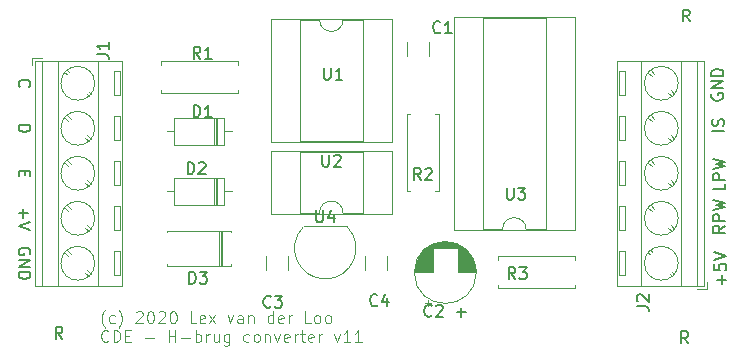
<source format=gbr>
G04 #@! TF.GenerationSoftware,KiCad,Pcbnew,(5.1.5)-3*
G04 #@! TF.CreationDate,2020-06-01T21:13:49+02:00*
G04 #@! TF.ProjectId,CDEHbridgev0.11,43444548-6272-4696-9467-6576302e3131,rev?*
G04 #@! TF.SameCoordinates,Original*
G04 #@! TF.FileFunction,Legend,Top*
G04 #@! TF.FilePolarity,Positive*
%FSLAX46Y46*%
G04 Gerber Fmt 4.6, Leading zero omitted, Abs format (unit mm)*
G04 Created by KiCad (PCBNEW (5.1.5)-3) date 2020-06-01 21:13:49*
%MOMM*%
%LPD*%
G04 APERTURE LIST*
%ADD10C,0.100000*%
%ADD11C,0.150000*%
%ADD12C,0.120000*%
G04 APERTURE END LIST*
D10*
X34188809Y-128383333D02*
X34141190Y-128335714D01*
X34045952Y-128192857D01*
X33998333Y-128097619D01*
X33950714Y-127954761D01*
X33903095Y-127716666D01*
X33903095Y-127526190D01*
X33950714Y-127288095D01*
X33998333Y-127145238D01*
X34045952Y-127050000D01*
X34141190Y-126907142D01*
X34188809Y-126859523D01*
X34998333Y-127954761D02*
X34903095Y-128002380D01*
X34712619Y-128002380D01*
X34617380Y-127954761D01*
X34569761Y-127907142D01*
X34522142Y-127811904D01*
X34522142Y-127526190D01*
X34569761Y-127430952D01*
X34617380Y-127383333D01*
X34712619Y-127335714D01*
X34903095Y-127335714D01*
X34998333Y-127383333D01*
X35331666Y-128383333D02*
X35379285Y-128335714D01*
X35474523Y-128192857D01*
X35522142Y-128097619D01*
X35569761Y-127954761D01*
X35617380Y-127716666D01*
X35617380Y-127526190D01*
X35569761Y-127288095D01*
X35522142Y-127145238D01*
X35474523Y-127050000D01*
X35379285Y-126907142D01*
X35331666Y-126859523D01*
X36807857Y-127097619D02*
X36855476Y-127050000D01*
X36950714Y-127002380D01*
X37188809Y-127002380D01*
X37284047Y-127050000D01*
X37331666Y-127097619D01*
X37379285Y-127192857D01*
X37379285Y-127288095D01*
X37331666Y-127430952D01*
X36760238Y-128002380D01*
X37379285Y-128002380D01*
X37998333Y-127002380D02*
X38093571Y-127002380D01*
X38188809Y-127050000D01*
X38236428Y-127097619D01*
X38284047Y-127192857D01*
X38331666Y-127383333D01*
X38331666Y-127621428D01*
X38284047Y-127811904D01*
X38236428Y-127907142D01*
X38188809Y-127954761D01*
X38093571Y-128002380D01*
X37998333Y-128002380D01*
X37903095Y-127954761D01*
X37855476Y-127907142D01*
X37807857Y-127811904D01*
X37760238Y-127621428D01*
X37760238Y-127383333D01*
X37807857Y-127192857D01*
X37855476Y-127097619D01*
X37903095Y-127050000D01*
X37998333Y-127002380D01*
X38712619Y-127097619D02*
X38760238Y-127050000D01*
X38855476Y-127002380D01*
X39093571Y-127002380D01*
X39188809Y-127050000D01*
X39236428Y-127097619D01*
X39284047Y-127192857D01*
X39284047Y-127288095D01*
X39236428Y-127430952D01*
X38665000Y-128002380D01*
X39284047Y-128002380D01*
X39903095Y-127002380D02*
X39998333Y-127002380D01*
X40093571Y-127050000D01*
X40141190Y-127097619D01*
X40188809Y-127192857D01*
X40236428Y-127383333D01*
X40236428Y-127621428D01*
X40188809Y-127811904D01*
X40141190Y-127907142D01*
X40093571Y-127954761D01*
X39998333Y-128002380D01*
X39903095Y-128002380D01*
X39807857Y-127954761D01*
X39760238Y-127907142D01*
X39712619Y-127811904D01*
X39665000Y-127621428D01*
X39665000Y-127383333D01*
X39712619Y-127192857D01*
X39760238Y-127097619D01*
X39807857Y-127050000D01*
X39903095Y-127002380D01*
X41903095Y-128002380D02*
X41426904Y-128002380D01*
X41426904Y-127002380D01*
X42617380Y-127954761D02*
X42522142Y-128002380D01*
X42331666Y-128002380D01*
X42236428Y-127954761D01*
X42188809Y-127859523D01*
X42188809Y-127478571D01*
X42236428Y-127383333D01*
X42331666Y-127335714D01*
X42522142Y-127335714D01*
X42617380Y-127383333D01*
X42665000Y-127478571D01*
X42665000Y-127573809D01*
X42188809Y-127669047D01*
X42998333Y-128002380D02*
X43522142Y-127335714D01*
X42998333Y-127335714D02*
X43522142Y-128002380D01*
X44569761Y-127335714D02*
X44807857Y-128002380D01*
X45045952Y-127335714D01*
X45855476Y-128002380D02*
X45855476Y-127478571D01*
X45807857Y-127383333D01*
X45712619Y-127335714D01*
X45522142Y-127335714D01*
X45426904Y-127383333D01*
X45855476Y-127954761D02*
X45760238Y-128002380D01*
X45522142Y-128002380D01*
X45426904Y-127954761D01*
X45379285Y-127859523D01*
X45379285Y-127764285D01*
X45426904Y-127669047D01*
X45522142Y-127621428D01*
X45760238Y-127621428D01*
X45855476Y-127573809D01*
X46331666Y-127335714D02*
X46331666Y-128002380D01*
X46331666Y-127430952D02*
X46379285Y-127383333D01*
X46474523Y-127335714D01*
X46617380Y-127335714D01*
X46712619Y-127383333D01*
X46760238Y-127478571D01*
X46760238Y-128002380D01*
X48426904Y-128002380D02*
X48426904Y-127002380D01*
X48426904Y-127954761D02*
X48331666Y-128002380D01*
X48141190Y-128002380D01*
X48045952Y-127954761D01*
X47998333Y-127907142D01*
X47950714Y-127811904D01*
X47950714Y-127526190D01*
X47998333Y-127430952D01*
X48045952Y-127383333D01*
X48141190Y-127335714D01*
X48331666Y-127335714D01*
X48426904Y-127383333D01*
X49284047Y-127954761D02*
X49188809Y-128002380D01*
X48998333Y-128002380D01*
X48903095Y-127954761D01*
X48855476Y-127859523D01*
X48855476Y-127478571D01*
X48903095Y-127383333D01*
X48998333Y-127335714D01*
X49188809Y-127335714D01*
X49284047Y-127383333D01*
X49331666Y-127478571D01*
X49331666Y-127573809D01*
X48855476Y-127669047D01*
X49760238Y-128002380D02*
X49760238Y-127335714D01*
X49760238Y-127526190D02*
X49807857Y-127430952D01*
X49855476Y-127383333D01*
X49950714Y-127335714D01*
X50045952Y-127335714D01*
X51617380Y-128002380D02*
X51141190Y-128002380D01*
X51141190Y-127002380D01*
X52093571Y-128002380D02*
X51998333Y-127954761D01*
X51950714Y-127907142D01*
X51903095Y-127811904D01*
X51903095Y-127526190D01*
X51950714Y-127430952D01*
X51998333Y-127383333D01*
X52093571Y-127335714D01*
X52236428Y-127335714D01*
X52331666Y-127383333D01*
X52379285Y-127430952D01*
X52426904Y-127526190D01*
X52426904Y-127811904D01*
X52379285Y-127907142D01*
X52331666Y-127954761D01*
X52236428Y-128002380D01*
X52093571Y-128002380D01*
X52998333Y-128002380D02*
X52903095Y-127954761D01*
X52855476Y-127907142D01*
X52807857Y-127811904D01*
X52807857Y-127526190D01*
X52855476Y-127430952D01*
X52903095Y-127383333D01*
X52998333Y-127335714D01*
X53141190Y-127335714D01*
X53236428Y-127383333D01*
X53284047Y-127430952D01*
X53331666Y-127526190D01*
X53331666Y-127811904D01*
X53284047Y-127907142D01*
X53236428Y-127954761D01*
X53141190Y-128002380D01*
X52998333Y-128002380D01*
X34474523Y-129507142D02*
X34426904Y-129554761D01*
X34284047Y-129602380D01*
X34188809Y-129602380D01*
X34045952Y-129554761D01*
X33950714Y-129459523D01*
X33903095Y-129364285D01*
X33855476Y-129173809D01*
X33855476Y-129030952D01*
X33903095Y-128840476D01*
X33950714Y-128745238D01*
X34045952Y-128650000D01*
X34188809Y-128602380D01*
X34284047Y-128602380D01*
X34426904Y-128650000D01*
X34474523Y-128697619D01*
X34903095Y-129602380D02*
X34903095Y-128602380D01*
X35141190Y-128602380D01*
X35284047Y-128650000D01*
X35379285Y-128745238D01*
X35426904Y-128840476D01*
X35474523Y-129030952D01*
X35474523Y-129173809D01*
X35426904Y-129364285D01*
X35379285Y-129459523D01*
X35284047Y-129554761D01*
X35141190Y-129602380D01*
X34903095Y-129602380D01*
X35903095Y-129078571D02*
X36236428Y-129078571D01*
X36379285Y-129602380D02*
X35903095Y-129602380D01*
X35903095Y-128602380D01*
X36379285Y-128602380D01*
X37569761Y-129221428D02*
X38331666Y-129221428D01*
X39569761Y-129602380D02*
X39569761Y-128602380D01*
X39569761Y-129078571D02*
X40141190Y-129078571D01*
X40141190Y-129602380D02*
X40141190Y-128602380D01*
X40617380Y-129221428D02*
X41379285Y-129221428D01*
X41855476Y-129602380D02*
X41855476Y-128602380D01*
X41855476Y-128983333D02*
X41950714Y-128935714D01*
X42141190Y-128935714D01*
X42236428Y-128983333D01*
X42284047Y-129030952D01*
X42331666Y-129126190D01*
X42331666Y-129411904D01*
X42284047Y-129507142D01*
X42236428Y-129554761D01*
X42141190Y-129602380D01*
X41950714Y-129602380D01*
X41855476Y-129554761D01*
X42760238Y-129602380D02*
X42760238Y-128935714D01*
X42760238Y-129126190D02*
X42807857Y-129030952D01*
X42855476Y-128983333D01*
X42950714Y-128935714D01*
X43045952Y-128935714D01*
X43807857Y-128935714D02*
X43807857Y-129602380D01*
X43379285Y-128935714D02*
X43379285Y-129459523D01*
X43426904Y-129554761D01*
X43522142Y-129602380D01*
X43665000Y-129602380D01*
X43760238Y-129554761D01*
X43807857Y-129507142D01*
X44712619Y-128935714D02*
X44712619Y-129745238D01*
X44665000Y-129840476D01*
X44617380Y-129888095D01*
X44522142Y-129935714D01*
X44379285Y-129935714D01*
X44284047Y-129888095D01*
X44712619Y-129554761D02*
X44617380Y-129602380D01*
X44426904Y-129602380D01*
X44331666Y-129554761D01*
X44284047Y-129507142D01*
X44236428Y-129411904D01*
X44236428Y-129126190D01*
X44284047Y-129030952D01*
X44331666Y-128983333D01*
X44426904Y-128935714D01*
X44617380Y-128935714D01*
X44712619Y-128983333D01*
X46379285Y-129554761D02*
X46284047Y-129602380D01*
X46093571Y-129602380D01*
X45998333Y-129554761D01*
X45950714Y-129507142D01*
X45903095Y-129411904D01*
X45903095Y-129126190D01*
X45950714Y-129030952D01*
X45998333Y-128983333D01*
X46093571Y-128935714D01*
X46284047Y-128935714D01*
X46379285Y-128983333D01*
X46950714Y-129602380D02*
X46855476Y-129554761D01*
X46807857Y-129507142D01*
X46760238Y-129411904D01*
X46760238Y-129126190D01*
X46807857Y-129030952D01*
X46855476Y-128983333D01*
X46950714Y-128935714D01*
X47093571Y-128935714D01*
X47188809Y-128983333D01*
X47236428Y-129030952D01*
X47284047Y-129126190D01*
X47284047Y-129411904D01*
X47236428Y-129507142D01*
X47188809Y-129554761D01*
X47093571Y-129602380D01*
X46950714Y-129602380D01*
X47712619Y-128935714D02*
X47712619Y-129602380D01*
X47712619Y-129030952D02*
X47760238Y-128983333D01*
X47855476Y-128935714D01*
X47998333Y-128935714D01*
X48093571Y-128983333D01*
X48141190Y-129078571D01*
X48141190Y-129602380D01*
X48522142Y-128935714D02*
X48760238Y-129602380D01*
X48998333Y-128935714D01*
X49760238Y-129554761D02*
X49665000Y-129602380D01*
X49474523Y-129602380D01*
X49379285Y-129554761D01*
X49331666Y-129459523D01*
X49331666Y-129078571D01*
X49379285Y-128983333D01*
X49474523Y-128935714D01*
X49665000Y-128935714D01*
X49760238Y-128983333D01*
X49807857Y-129078571D01*
X49807857Y-129173809D01*
X49331666Y-129269047D01*
X50236428Y-129602380D02*
X50236428Y-128935714D01*
X50236428Y-129126190D02*
X50284047Y-129030952D01*
X50331666Y-128983333D01*
X50426904Y-128935714D01*
X50522142Y-128935714D01*
X50712619Y-128935714D02*
X51093571Y-128935714D01*
X50855476Y-128602380D02*
X50855476Y-129459523D01*
X50903095Y-129554761D01*
X50998333Y-129602380D01*
X51093571Y-129602380D01*
X51807857Y-129554761D02*
X51712619Y-129602380D01*
X51522142Y-129602380D01*
X51426904Y-129554761D01*
X51379285Y-129459523D01*
X51379285Y-129078571D01*
X51426904Y-128983333D01*
X51522142Y-128935714D01*
X51712619Y-128935714D01*
X51807857Y-128983333D01*
X51855476Y-129078571D01*
X51855476Y-129173809D01*
X51379285Y-129269047D01*
X52284047Y-129602380D02*
X52284047Y-128935714D01*
X52284047Y-129126190D02*
X52331666Y-129030952D01*
X52379285Y-128983333D01*
X52474523Y-128935714D01*
X52569761Y-128935714D01*
X53569761Y-128935714D02*
X53807857Y-129602380D01*
X54045952Y-128935714D01*
X54950714Y-129602380D02*
X54379285Y-129602380D01*
X54665000Y-129602380D02*
X54665000Y-128602380D01*
X54569761Y-128745238D01*
X54474523Y-128840476D01*
X54379285Y-128888095D01*
X55903095Y-129602380D02*
X55331666Y-129602380D01*
X55617380Y-129602380D02*
X55617380Y-128602380D01*
X55522142Y-128745238D01*
X55426904Y-128840476D01*
X55331666Y-128888095D01*
D11*
X85573000Y-108584904D02*
X85525380Y-108680142D01*
X85525380Y-108823000D01*
X85573000Y-108965857D01*
X85668238Y-109061095D01*
X85763476Y-109108714D01*
X85953952Y-109156333D01*
X86096809Y-109156333D01*
X86287285Y-109108714D01*
X86382523Y-109061095D01*
X86477761Y-108965857D01*
X86525380Y-108823000D01*
X86525380Y-108727761D01*
X86477761Y-108584904D01*
X86430142Y-108537285D01*
X86096809Y-108537285D01*
X86096809Y-108727761D01*
X86525380Y-108108714D02*
X85525380Y-108108714D01*
X86525380Y-107537285D01*
X85525380Y-107537285D01*
X86525380Y-107061095D02*
X85525380Y-107061095D01*
X85525380Y-106823000D01*
X85573000Y-106680142D01*
X85668238Y-106584904D01*
X85763476Y-106537285D01*
X85953952Y-106489666D01*
X86096809Y-106489666D01*
X86287285Y-106537285D01*
X86382523Y-106584904D01*
X86477761Y-106680142D01*
X86525380Y-106823000D01*
X86525380Y-107061095D01*
X86588380Y-111728190D02*
X85588380Y-111728190D01*
X86540761Y-111299619D02*
X86588380Y-111156761D01*
X86588380Y-110918666D01*
X86540761Y-110823428D01*
X86493142Y-110775809D01*
X86397904Y-110728190D01*
X86302666Y-110728190D01*
X86207428Y-110775809D01*
X86159809Y-110823428D01*
X86112190Y-110918666D01*
X86064571Y-111109142D01*
X86016952Y-111204380D01*
X85969333Y-111252000D01*
X85874095Y-111299619D01*
X85778857Y-111299619D01*
X85683619Y-111252000D01*
X85636000Y-111204380D01*
X85588380Y-111109142D01*
X85588380Y-110871047D01*
X85636000Y-110728190D01*
X86652380Y-116204904D02*
X86652380Y-116681095D01*
X85652380Y-116681095D01*
X86652380Y-115871571D02*
X85652380Y-115871571D01*
X85652380Y-115490619D01*
X85700000Y-115395380D01*
X85747619Y-115347761D01*
X85842857Y-115300142D01*
X85985714Y-115300142D01*
X86080952Y-115347761D01*
X86128571Y-115395380D01*
X86176190Y-115490619D01*
X86176190Y-115871571D01*
X85652380Y-114966809D02*
X86652380Y-114728714D01*
X85938095Y-114538238D01*
X86652380Y-114347761D01*
X85652380Y-114109666D01*
X86652380Y-119760904D02*
X86176190Y-120094238D01*
X86652380Y-120332333D02*
X85652380Y-120332333D01*
X85652380Y-119951380D01*
X85700000Y-119856142D01*
X85747619Y-119808523D01*
X85842857Y-119760904D01*
X85985714Y-119760904D01*
X86080952Y-119808523D01*
X86128571Y-119856142D01*
X86176190Y-119951380D01*
X86176190Y-120332333D01*
X86652380Y-119332333D02*
X85652380Y-119332333D01*
X85652380Y-118951380D01*
X85700000Y-118856142D01*
X85747619Y-118808523D01*
X85842857Y-118760904D01*
X85985714Y-118760904D01*
X86080952Y-118808523D01*
X86128571Y-118856142D01*
X86176190Y-118951380D01*
X86176190Y-119332333D01*
X85652380Y-118427571D02*
X86652380Y-118189476D01*
X85938095Y-117999000D01*
X86652380Y-117808523D01*
X85652380Y-117570428D01*
X86398428Y-124729714D02*
X86398428Y-123967809D01*
X86779380Y-124348761D02*
X86017476Y-124348761D01*
X85779380Y-123015428D02*
X85779380Y-123491619D01*
X86255571Y-123539238D01*
X86207952Y-123491619D01*
X86160333Y-123396380D01*
X86160333Y-123158285D01*
X86207952Y-123063047D01*
X86255571Y-123015428D01*
X86350809Y-122967809D01*
X86588904Y-122967809D01*
X86684142Y-123015428D01*
X86731761Y-123063047D01*
X86779380Y-123158285D01*
X86779380Y-123396380D01*
X86731761Y-123491619D01*
X86684142Y-123539238D01*
X85779380Y-122682095D02*
X86779380Y-122348761D01*
X85779380Y-122015428D01*
X27822000Y-122174095D02*
X27869619Y-122078857D01*
X27869619Y-121936000D01*
X27822000Y-121793142D01*
X27726761Y-121697904D01*
X27631523Y-121650285D01*
X27441047Y-121602666D01*
X27298190Y-121602666D01*
X27107714Y-121650285D01*
X27012476Y-121697904D01*
X26917238Y-121793142D01*
X26869619Y-121936000D01*
X26869619Y-122031238D01*
X26917238Y-122174095D01*
X26964857Y-122221714D01*
X27298190Y-122221714D01*
X27298190Y-122031238D01*
X26869619Y-122650285D02*
X27869619Y-122650285D01*
X26869619Y-123221714D01*
X27869619Y-123221714D01*
X26869619Y-123697904D02*
X27869619Y-123697904D01*
X27869619Y-123936000D01*
X27822000Y-124078857D01*
X27726761Y-124174095D01*
X27631523Y-124221714D01*
X27441047Y-124269333D01*
X27298190Y-124269333D01*
X27107714Y-124221714D01*
X27012476Y-124174095D01*
X26917238Y-124078857D01*
X26869619Y-123936000D01*
X26869619Y-123697904D01*
X27250571Y-118316476D02*
X27250571Y-119078380D01*
X26869619Y-118697428D02*
X27631523Y-118697428D01*
X27869619Y-119411714D02*
X26869619Y-119745047D01*
X27869619Y-120078380D01*
X27393428Y-115101714D02*
X27393428Y-115435047D01*
X26869619Y-115577904D02*
X26869619Y-115101714D01*
X27869619Y-115101714D01*
X27869619Y-115577904D01*
X26869619Y-111244095D02*
X27869619Y-111244095D01*
X27869619Y-111482190D01*
X27822000Y-111625047D01*
X27726761Y-111720285D01*
X27631523Y-111767904D01*
X27441047Y-111815523D01*
X27298190Y-111815523D01*
X27107714Y-111767904D01*
X27012476Y-111720285D01*
X26917238Y-111625047D01*
X26869619Y-111482190D01*
X26869619Y-111244095D01*
X26964857Y-108005523D02*
X26917238Y-107957904D01*
X26869619Y-107815047D01*
X26869619Y-107719809D01*
X26917238Y-107576952D01*
X27012476Y-107481714D01*
X27107714Y-107434095D01*
X27298190Y-107386476D01*
X27441047Y-107386476D01*
X27631523Y-107434095D01*
X27726761Y-107481714D01*
X27822000Y-107576952D01*
X27869619Y-107719809D01*
X27869619Y-107815047D01*
X27822000Y-107957904D01*
X27774380Y-108005523D01*
D12*
X74009000Y-125068000D02*
X74009000Y-124738000D01*
X67469000Y-125068000D02*
X74009000Y-125068000D01*
X67469000Y-124738000D02*
X67469000Y-125068000D01*
X74009000Y-122328000D02*
X74009000Y-122658000D01*
X67469000Y-122328000D02*
X74009000Y-122328000D01*
X67469000Y-122658000D02*
X67469000Y-122328000D01*
X59786000Y-105424000D02*
X59786000Y-104166000D01*
X61626000Y-105424000D02*
X61626000Y-104166000D01*
X54340000Y-102302000D02*
G75*
G02X52340000Y-102302000I-1000000J0D01*
G01*
X52340000Y-102302000D02*
X50690000Y-102302000D01*
X50690000Y-102302000D02*
X50690000Y-112582000D01*
X50690000Y-112582000D02*
X55990000Y-112582000D01*
X55990000Y-112582000D02*
X55990000Y-102302000D01*
X55990000Y-102302000D02*
X54340000Y-102302000D01*
X48200000Y-102242000D02*
X48200000Y-112642000D01*
X48200000Y-112642000D02*
X58480000Y-112642000D01*
X58480000Y-112642000D02*
X58480000Y-102242000D01*
X58480000Y-102242000D02*
X48200000Y-102242000D01*
X44284000Y-112880000D02*
X44284000Y-110640000D01*
X44284000Y-110640000D02*
X40044000Y-110640000D01*
X40044000Y-110640000D02*
X40044000Y-112880000D01*
X40044000Y-112880000D02*
X44284000Y-112880000D01*
X44934000Y-111760000D02*
X44284000Y-111760000D01*
X39394000Y-111760000D02*
X40044000Y-111760000D01*
X43564000Y-112880000D02*
X43564000Y-110640000D01*
X43444000Y-112880000D02*
X43444000Y-110640000D01*
X43684000Y-112880000D02*
X43684000Y-110640000D01*
X33307000Y-107696000D02*
G75*
G03X33307000Y-107696000I-1430000J0D01*
G01*
X33307000Y-111506000D02*
G75*
G03X33307000Y-111506000I-1430000J0D01*
G01*
X33307000Y-115316000D02*
G75*
G03X33307000Y-115316000I-1430000J0D01*
G01*
X33307000Y-119126000D02*
G75*
G03X33307000Y-119126000I-1430000J0D01*
G01*
X33307000Y-122936000D02*
G75*
G03X33307000Y-122936000I-1430000J0D01*
G01*
X28877000Y-105786000D02*
X28877000Y-124846000D01*
X30176000Y-105786000D02*
X30176000Y-124846000D01*
X33577000Y-105786000D02*
X33577000Y-124846000D01*
X35637000Y-105786000D02*
X35637000Y-124846000D01*
X28217000Y-105786000D02*
X28217000Y-124846000D01*
X35637000Y-105786000D02*
X28217000Y-105786000D01*
X35637000Y-124846000D02*
X28217000Y-124846000D01*
X32787000Y-108781000D02*
X32648000Y-108641000D01*
X30932000Y-106925000D02*
X30792000Y-106785000D01*
X32962000Y-108607000D02*
X32822000Y-108467000D01*
X31106000Y-106750000D02*
X30967000Y-106611000D01*
X35477000Y-106696000D02*
X35477000Y-108696000D01*
X34977000Y-106696000D02*
X34977000Y-108696000D01*
X35477000Y-106696000D02*
X34977000Y-106696000D01*
X35477000Y-108696000D02*
X34977000Y-108696000D01*
X32787000Y-112591000D02*
X32488000Y-112292000D01*
X31091000Y-110896000D02*
X30792000Y-110596000D01*
X32962000Y-112417000D02*
X32663000Y-112117000D01*
X31266000Y-110721000D02*
X30967000Y-110422000D01*
X35477000Y-110506000D02*
X35477000Y-112506000D01*
X34977000Y-110506000D02*
X34977000Y-112506000D01*
X35477000Y-110506000D02*
X34977000Y-110506000D01*
X35477000Y-112506000D02*
X34977000Y-112506000D01*
X32787000Y-116401000D02*
X32488000Y-116102000D01*
X31091000Y-114706000D02*
X30792000Y-114406000D01*
X32962000Y-116227000D02*
X32663000Y-115927000D01*
X31266000Y-114531000D02*
X30967000Y-114232000D01*
X35477000Y-114316000D02*
X35477000Y-116316000D01*
X34977000Y-114316000D02*
X34977000Y-116316000D01*
X35477000Y-114316000D02*
X34977000Y-114316000D01*
X35477000Y-116316000D02*
X34977000Y-116316000D01*
X32787000Y-120211000D02*
X32488000Y-119912000D01*
X31091000Y-118516000D02*
X30792000Y-118216000D01*
X32962000Y-120037000D02*
X32663000Y-119737000D01*
X31266000Y-118341000D02*
X30967000Y-118042000D01*
X35477000Y-118126000D02*
X35477000Y-120126000D01*
X34977000Y-118126000D02*
X34977000Y-120126000D01*
X35477000Y-118126000D02*
X34977000Y-118126000D01*
X35477000Y-120126000D02*
X34977000Y-120126000D01*
X32787000Y-124021000D02*
X32488000Y-123722000D01*
X31091000Y-122326000D02*
X30792000Y-122026000D01*
X32962000Y-123847000D02*
X32663000Y-123547000D01*
X31266000Y-122151000D02*
X30967000Y-121852000D01*
X35477000Y-121936000D02*
X35477000Y-123937000D01*
X34977000Y-121936000D02*
X34977000Y-123937000D01*
X35477000Y-121936000D02*
X34977000Y-121936000D01*
X35477000Y-123937000D02*
X34977000Y-123937000D01*
X28817000Y-105546000D02*
X27977000Y-105546000D01*
X27977000Y-105546000D02*
X27977000Y-106146000D01*
X85180000Y-125086000D02*
X85180000Y-124486000D01*
X84340000Y-125086000D02*
X85180000Y-125086000D01*
X77680000Y-106695000D02*
X78180000Y-106695000D01*
X77680000Y-108696000D02*
X78180000Y-108696000D01*
X78180000Y-108696000D02*
X78180000Y-106695000D01*
X77680000Y-108696000D02*
X77680000Y-106695000D01*
X81891000Y-108481000D02*
X82190000Y-108780000D01*
X80195000Y-106785000D02*
X80494000Y-107085000D01*
X82066000Y-108306000D02*
X82365000Y-108606000D01*
X80370000Y-106611000D02*
X80669000Y-106910000D01*
X77680000Y-110506000D02*
X78180000Y-110506000D01*
X77680000Y-112506000D02*
X78180000Y-112506000D01*
X78180000Y-112506000D02*
X78180000Y-110506000D01*
X77680000Y-112506000D02*
X77680000Y-110506000D01*
X81891000Y-112291000D02*
X82190000Y-112590000D01*
X80195000Y-110595000D02*
X80494000Y-110895000D01*
X82066000Y-112116000D02*
X82365000Y-112416000D01*
X80370000Y-110421000D02*
X80669000Y-110720000D01*
X77680000Y-114316000D02*
X78180000Y-114316000D01*
X77680000Y-116316000D02*
X78180000Y-116316000D01*
X78180000Y-116316000D02*
X78180000Y-114316000D01*
X77680000Y-116316000D02*
X77680000Y-114316000D01*
X81891000Y-116101000D02*
X82190000Y-116400000D01*
X80195000Y-114405000D02*
X80494000Y-114705000D01*
X82066000Y-115926000D02*
X82365000Y-116226000D01*
X80370000Y-114231000D02*
X80669000Y-114530000D01*
X77680000Y-118126000D02*
X78180000Y-118126000D01*
X77680000Y-120126000D02*
X78180000Y-120126000D01*
X78180000Y-120126000D02*
X78180000Y-118126000D01*
X77680000Y-120126000D02*
X77680000Y-118126000D01*
X81891000Y-119911000D02*
X82190000Y-120210000D01*
X80195000Y-118215000D02*
X80494000Y-118515000D01*
X82066000Y-119736000D02*
X82365000Y-120036000D01*
X80370000Y-118041000D02*
X80669000Y-118340000D01*
X77680000Y-121936000D02*
X78180000Y-121936000D01*
X77680000Y-123936000D02*
X78180000Y-123936000D01*
X78180000Y-123936000D02*
X78180000Y-121936000D01*
X77680000Y-123936000D02*
X77680000Y-121936000D01*
X82051000Y-123882000D02*
X82190000Y-124021000D01*
X80195000Y-122025000D02*
X80335000Y-122165000D01*
X82225000Y-123707000D02*
X82365000Y-123847000D01*
X80370000Y-121851000D02*
X80509000Y-121991000D01*
X77520000Y-105786000D02*
X84940000Y-105786000D01*
X77520000Y-124846000D02*
X84940000Y-124846000D01*
X84940000Y-124846000D02*
X84940000Y-105786000D01*
X77520000Y-124846000D02*
X77520000Y-105786000D01*
X79580000Y-124846000D02*
X79580000Y-105786000D01*
X82981000Y-124846000D02*
X82981000Y-105786000D01*
X84280000Y-124846000D02*
X84280000Y-105786000D01*
X82710000Y-107696000D02*
G75*
G03X82710000Y-107696000I-1430000J0D01*
G01*
X82710000Y-111506000D02*
G75*
G03X82710000Y-111506000I-1430000J0D01*
G01*
X82710000Y-115316000D02*
G75*
G03X82710000Y-115316000I-1430000J0D01*
G01*
X82710000Y-119126000D02*
G75*
G03X82710000Y-119126000I-1430000J0D01*
G01*
X82710000Y-122936000D02*
G75*
G03X82710000Y-122936000I-1430000J0D01*
G01*
X65612000Y-123714000D02*
G75*
G03X65612000Y-123714000I-2620000J0D01*
G01*
X64032000Y-123714000D02*
X65572000Y-123714000D01*
X60412000Y-123714000D02*
X61952000Y-123714000D01*
X64032000Y-123674000D02*
X65572000Y-123674000D01*
X60412000Y-123674000D02*
X61952000Y-123674000D01*
X60413000Y-123634000D02*
X61952000Y-123634000D01*
X64032000Y-123634000D02*
X65571000Y-123634000D01*
X60414000Y-123594000D02*
X61952000Y-123594000D01*
X64032000Y-123594000D02*
X65570000Y-123594000D01*
X60416000Y-123554000D02*
X61952000Y-123554000D01*
X64032000Y-123554000D02*
X65568000Y-123554000D01*
X60419000Y-123514000D02*
X61952000Y-123514000D01*
X64032000Y-123514000D02*
X65565000Y-123514000D01*
X60423000Y-123474000D02*
X61952000Y-123474000D01*
X64032000Y-123474000D02*
X65561000Y-123474000D01*
X60427000Y-123434000D02*
X61952000Y-123434000D01*
X64032000Y-123434000D02*
X65557000Y-123434000D01*
X60431000Y-123394000D02*
X61952000Y-123394000D01*
X64032000Y-123394000D02*
X65553000Y-123394000D01*
X60436000Y-123354000D02*
X61952000Y-123354000D01*
X64032000Y-123354000D02*
X65548000Y-123354000D01*
X60442000Y-123314000D02*
X61952000Y-123314000D01*
X64032000Y-123314000D02*
X65542000Y-123314000D01*
X60449000Y-123274000D02*
X61952000Y-123274000D01*
X64032000Y-123274000D02*
X65535000Y-123274000D01*
X60456000Y-123234000D02*
X61952000Y-123234000D01*
X64032000Y-123234000D02*
X65528000Y-123234000D01*
X60464000Y-123194000D02*
X61952000Y-123194000D01*
X64032000Y-123194000D02*
X65520000Y-123194000D01*
X60472000Y-123154000D02*
X61952000Y-123154000D01*
X64032000Y-123154000D02*
X65512000Y-123154000D01*
X60481000Y-123114000D02*
X61952000Y-123114000D01*
X64032000Y-123114000D02*
X65503000Y-123114000D01*
X60491000Y-123074000D02*
X61952000Y-123074000D01*
X64032000Y-123074000D02*
X65493000Y-123074000D01*
X60501000Y-123034000D02*
X61952000Y-123034000D01*
X64032000Y-123034000D02*
X65483000Y-123034000D01*
X60512000Y-122993000D02*
X61952000Y-122993000D01*
X64032000Y-122993000D02*
X65472000Y-122993000D01*
X60524000Y-122953000D02*
X61952000Y-122953000D01*
X64032000Y-122953000D02*
X65460000Y-122953000D01*
X60537000Y-122913000D02*
X61952000Y-122913000D01*
X64032000Y-122913000D02*
X65447000Y-122913000D01*
X60550000Y-122873000D02*
X61952000Y-122873000D01*
X64032000Y-122873000D02*
X65434000Y-122873000D01*
X60564000Y-122833000D02*
X61952000Y-122833000D01*
X64032000Y-122833000D02*
X65420000Y-122833000D01*
X60578000Y-122793000D02*
X61952000Y-122793000D01*
X64032000Y-122793000D02*
X65406000Y-122793000D01*
X60594000Y-122753000D02*
X61952000Y-122753000D01*
X64032000Y-122753000D02*
X65390000Y-122753000D01*
X60610000Y-122713000D02*
X61952000Y-122713000D01*
X64032000Y-122713000D02*
X65374000Y-122713000D01*
X60627000Y-122673000D02*
X61952000Y-122673000D01*
X64032000Y-122673000D02*
X65357000Y-122673000D01*
X60644000Y-122633000D02*
X61952000Y-122633000D01*
X64032000Y-122633000D02*
X65340000Y-122633000D01*
X60663000Y-122593000D02*
X61952000Y-122593000D01*
X64032000Y-122593000D02*
X65321000Y-122593000D01*
X60682000Y-122553000D02*
X61952000Y-122553000D01*
X64032000Y-122553000D02*
X65302000Y-122553000D01*
X60702000Y-122513000D02*
X61952000Y-122513000D01*
X64032000Y-122513000D02*
X65282000Y-122513000D01*
X60724000Y-122473000D02*
X61952000Y-122473000D01*
X64032000Y-122473000D02*
X65260000Y-122473000D01*
X60745000Y-122433000D02*
X61952000Y-122433000D01*
X64032000Y-122433000D02*
X65239000Y-122433000D01*
X60768000Y-122393000D02*
X61952000Y-122393000D01*
X64032000Y-122393000D02*
X65216000Y-122393000D01*
X60792000Y-122353000D02*
X61952000Y-122353000D01*
X64032000Y-122353000D02*
X65192000Y-122353000D01*
X60817000Y-122313000D02*
X61952000Y-122313000D01*
X64032000Y-122313000D02*
X65167000Y-122313000D01*
X60843000Y-122273000D02*
X61952000Y-122273000D01*
X64032000Y-122273000D02*
X65141000Y-122273000D01*
X60870000Y-122233000D02*
X61952000Y-122233000D01*
X64032000Y-122233000D02*
X65114000Y-122233000D01*
X60897000Y-122193000D02*
X61952000Y-122193000D01*
X64032000Y-122193000D02*
X65087000Y-122193000D01*
X60927000Y-122153000D02*
X61952000Y-122153000D01*
X64032000Y-122153000D02*
X65057000Y-122153000D01*
X60957000Y-122113000D02*
X61952000Y-122113000D01*
X64032000Y-122113000D02*
X65027000Y-122113000D01*
X60988000Y-122073000D02*
X61952000Y-122073000D01*
X64032000Y-122073000D02*
X64996000Y-122073000D01*
X61021000Y-122033000D02*
X61952000Y-122033000D01*
X64032000Y-122033000D02*
X64963000Y-122033000D01*
X61055000Y-121993000D02*
X61952000Y-121993000D01*
X64032000Y-121993000D02*
X64929000Y-121993000D01*
X61091000Y-121953000D02*
X61952000Y-121953000D01*
X64032000Y-121953000D02*
X64893000Y-121953000D01*
X61128000Y-121913000D02*
X61952000Y-121913000D01*
X64032000Y-121913000D02*
X64856000Y-121913000D01*
X61166000Y-121873000D02*
X61952000Y-121873000D01*
X64032000Y-121873000D02*
X64818000Y-121873000D01*
X61207000Y-121833000D02*
X61952000Y-121833000D01*
X64032000Y-121833000D02*
X64777000Y-121833000D01*
X61249000Y-121793000D02*
X61952000Y-121793000D01*
X64032000Y-121793000D02*
X64735000Y-121793000D01*
X61293000Y-121753000D02*
X61952000Y-121753000D01*
X64032000Y-121753000D02*
X64691000Y-121753000D01*
X61339000Y-121713000D02*
X61952000Y-121713000D01*
X64032000Y-121713000D02*
X64645000Y-121713000D01*
X61387000Y-121673000D02*
X64597000Y-121673000D01*
X61438000Y-121633000D02*
X64546000Y-121633000D01*
X61492000Y-121593000D02*
X64492000Y-121593000D01*
X61549000Y-121553000D02*
X64435000Y-121553000D01*
X61609000Y-121513000D02*
X64375000Y-121513000D01*
X61673000Y-121473000D02*
X64311000Y-121473000D01*
X61741000Y-121433000D02*
X64243000Y-121433000D01*
X61814000Y-121393000D02*
X64170000Y-121393000D01*
X61894000Y-121353000D02*
X64090000Y-121353000D01*
X61981000Y-121313000D02*
X64003000Y-121313000D01*
X62077000Y-121273000D02*
X63907000Y-121273000D01*
X62187000Y-121233000D02*
X63797000Y-121233000D01*
X62315000Y-121193000D02*
X63669000Y-121193000D01*
X62474000Y-121153000D02*
X63510000Y-121153000D01*
X62708000Y-121113000D02*
X63276000Y-121113000D01*
X61517000Y-126518775D02*
X61517000Y-126018775D01*
X61267000Y-126268775D02*
X61767000Y-126268775D01*
X47848000Y-122287000D02*
X47848000Y-123545000D01*
X49688000Y-122287000D02*
X49688000Y-123545000D01*
X58070000Y-122287000D02*
X58070000Y-123545000D01*
X56230000Y-122287000D02*
X56230000Y-123545000D01*
X43684000Y-117960000D02*
X43684000Y-115720000D01*
X43444000Y-117960000D02*
X43444000Y-115720000D01*
X43564000Y-117960000D02*
X43564000Y-115720000D01*
X39394000Y-116840000D02*
X40044000Y-116840000D01*
X44934000Y-116840000D02*
X44284000Y-116840000D01*
X40044000Y-117960000D02*
X44284000Y-117960000D01*
X40044000Y-115720000D02*
X40044000Y-117960000D01*
X44284000Y-115720000D02*
X40044000Y-115720000D01*
X44284000Y-117960000D02*
X44284000Y-115720000D01*
X44884000Y-123006000D02*
X44884000Y-123136000D01*
X44884000Y-123136000D02*
X39444000Y-123136000D01*
X39444000Y-123136000D02*
X39444000Y-123006000D01*
X44884000Y-120326000D02*
X44884000Y-120196000D01*
X44884000Y-120196000D02*
X39444000Y-120196000D01*
X39444000Y-120196000D02*
X39444000Y-120326000D01*
X43984000Y-123136000D02*
X43984000Y-120196000D01*
X43864000Y-123136000D02*
X43864000Y-120196000D01*
X44104000Y-123136000D02*
X44104000Y-120196000D01*
X45434000Y-108228000D02*
X45434000Y-108558000D01*
X45434000Y-108558000D02*
X38894000Y-108558000D01*
X38894000Y-108558000D02*
X38894000Y-108228000D01*
X45434000Y-106148000D02*
X45434000Y-105818000D01*
X45434000Y-105818000D02*
X38894000Y-105818000D01*
X38894000Y-105818000D02*
X38894000Y-106148000D01*
X62127000Y-110268000D02*
X62457000Y-110268000D01*
X62457000Y-110268000D02*
X62457000Y-116808000D01*
X62457000Y-116808000D02*
X62127000Y-116808000D01*
X60047000Y-110268000D02*
X59717000Y-110268000D01*
X59717000Y-110268000D02*
X59717000Y-116808000D01*
X59717000Y-116808000D02*
X60047000Y-116808000D01*
X52340000Y-118678000D02*
G75*
G02X54340000Y-118678000I1000000J0D01*
G01*
X54340000Y-118678000D02*
X55990000Y-118678000D01*
X55990000Y-118678000D02*
X55990000Y-113478000D01*
X55990000Y-113478000D02*
X50690000Y-113478000D01*
X50690000Y-113478000D02*
X50690000Y-118678000D01*
X50690000Y-118678000D02*
X52340000Y-118678000D01*
X58480000Y-118738000D02*
X58480000Y-113418000D01*
X58480000Y-113418000D02*
X48200000Y-113418000D01*
X48200000Y-113418000D02*
X48200000Y-118738000D01*
X48200000Y-118738000D02*
X58480000Y-118738000D01*
X67834000Y-120075000D02*
G75*
G02X69834000Y-120075000I1000000J0D01*
G01*
X69834000Y-120075000D02*
X71484000Y-120075000D01*
X71484000Y-120075000D02*
X71484000Y-102175000D01*
X71484000Y-102175000D02*
X66184000Y-102175000D01*
X66184000Y-102175000D02*
X66184000Y-120075000D01*
X66184000Y-120075000D02*
X67834000Y-120075000D01*
X73974000Y-120135000D02*
X73974000Y-102115000D01*
X73974000Y-102115000D02*
X63694000Y-102115000D01*
X63694000Y-102115000D02*
X63694000Y-120135000D01*
X63694000Y-120135000D02*
X73974000Y-120135000D01*
X54632000Y-119816000D02*
X51032000Y-119816000D01*
X54670478Y-119827522D02*
G75*
G02X52832000Y-124266000I-1838478J-1838478D01*
G01*
X50993522Y-119827522D02*
G75*
G03X52832000Y-124266000I1838478J-1838478D01*
G01*
D11*
X68921333Y-124277380D02*
X68588000Y-123801190D01*
X68349904Y-124277380D02*
X68349904Y-123277380D01*
X68730857Y-123277380D01*
X68826095Y-123325000D01*
X68873714Y-123372619D01*
X68921333Y-123467857D01*
X68921333Y-123610714D01*
X68873714Y-123705952D01*
X68826095Y-123753571D01*
X68730857Y-123801190D01*
X68349904Y-123801190D01*
X69254666Y-123277380D02*
X69873714Y-123277380D01*
X69540380Y-123658333D01*
X69683238Y-123658333D01*
X69778476Y-123705952D01*
X69826095Y-123753571D01*
X69873714Y-123848809D01*
X69873714Y-124086904D01*
X69826095Y-124182142D01*
X69778476Y-124229761D01*
X69683238Y-124277380D01*
X69397523Y-124277380D01*
X69302285Y-124229761D01*
X69254666Y-124182142D01*
X62571333Y-103354142D02*
X62523714Y-103401761D01*
X62380857Y-103449380D01*
X62285619Y-103449380D01*
X62142761Y-103401761D01*
X62047523Y-103306523D01*
X61999904Y-103211285D01*
X61952285Y-103020809D01*
X61952285Y-102877952D01*
X61999904Y-102687476D01*
X62047523Y-102592238D01*
X62142761Y-102497000D01*
X62285619Y-102449380D01*
X62380857Y-102449380D01*
X62523714Y-102497000D01*
X62571333Y-102544619D01*
X63523714Y-103449380D02*
X62952285Y-103449380D01*
X63238000Y-103449380D02*
X63238000Y-102449380D01*
X63142761Y-102592238D01*
X63047523Y-102687476D01*
X62952285Y-102735095D01*
X52705095Y-106386380D02*
X52705095Y-107195904D01*
X52752714Y-107291142D01*
X52800333Y-107338761D01*
X52895571Y-107386380D01*
X53086047Y-107386380D01*
X53181285Y-107338761D01*
X53228904Y-107291142D01*
X53276523Y-107195904D01*
X53276523Y-106386380D01*
X54276523Y-107386380D02*
X53705095Y-107386380D01*
X53990809Y-107386380D02*
X53990809Y-106386380D01*
X53895571Y-106529238D01*
X53800333Y-106624476D01*
X53705095Y-106672095D01*
X41679904Y-110561380D02*
X41679904Y-109561380D01*
X41918000Y-109561380D01*
X42060857Y-109609000D01*
X42156095Y-109704238D01*
X42203714Y-109799476D01*
X42251333Y-109989952D01*
X42251333Y-110132809D01*
X42203714Y-110323285D01*
X42156095Y-110418523D01*
X42060857Y-110513761D01*
X41918000Y-110561380D01*
X41679904Y-110561380D01*
X43203714Y-110561380D02*
X42632285Y-110561380D01*
X42918000Y-110561380D02*
X42918000Y-109561380D01*
X42822761Y-109704238D01*
X42727523Y-109799476D01*
X42632285Y-109847095D01*
X33488380Y-105235333D02*
X34202666Y-105235333D01*
X34345523Y-105282952D01*
X34440761Y-105378190D01*
X34488380Y-105521047D01*
X34488380Y-105616285D01*
X34488380Y-104235333D02*
X34488380Y-104806761D01*
X34488380Y-104521047D02*
X33488380Y-104521047D01*
X33631238Y-104616285D01*
X33726476Y-104711523D01*
X33774095Y-104806761D01*
X30563523Y-129325380D02*
X30230190Y-128849190D01*
X29992095Y-129325380D02*
X29992095Y-128325380D01*
X30373047Y-128325380D01*
X30468285Y-128373000D01*
X30515904Y-128420619D01*
X30563523Y-128515857D01*
X30563523Y-128658714D01*
X30515904Y-128753952D01*
X30468285Y-128801571D01*
X30373047Y-128849190D01*
X29992095Y-128849190D01*
X83563523Y-129706380D02*
X83230190Y-129230190D01*
X82992095Y-129706380D02*
X82992095Y-128706380D01*
X83373047Y-128706380D01*
X83468285Y-128754000D01*
X83515904Y-128801619D01*
X83563523Y-128896857D01*
X83563523Y-129039714D01*
X83515904Y-129134952D01*
X83468285Y-129182571D01*
X83373047Y-129230190D01*
X82992095Y-129230190D01*
X83690523Y-102452380D02*
X83357190Y-101976190D01*
X83119095Y-102452380D02*
X83119095Y-101452380D01*
X83500047Y-101452380D01*
X83595285Y-101500000D01*
X83642904Y-101547619D01*
X83690523Y-101642857D01*
X83690523Y-101785714D01*
X83642904Y-101880952D01*
X83595285Y-101928571D01*
X83500047Y-101976190D01*
X83119095Y-101976190D01*
X79208380Y-126571333D02*
X79922666Y-126571333D01*
X80065523Y-126618952D01*
X80160761Y-126714190D01*
X80208380Y-126857047D01*
X80208380Y-126952285D01*
X79303619Y-126142761D02*
X79256000Y-126095142D01*
X79208380Y-125999904D01*
X79208380Y-125761809D01*
X79256000Y-125666571D01*
X79303619Y-125618952D01*
X79398857Y-125571333D01*
X79494095Y-125571333D01*
X79636952Y-125618952D01*
X80208380Y-126190380D01*
X80208380Y-125571333D01*
X61833333Y-127357142D02*
X61785714Y-127404761D01*
X61642857Y-127452380D01*
X61547619Y-127452380D01*
X61404761Y-127404761D01*
X61309523Y-127309523D01*
X61261904Y-127214285D01*
X61214285Y-127023809D01*
X61214285Y-126880952D01*
X61261904Y-126690476D01*
X61309523Y-126595238D01*
X61404761Y-126500000D01*
X61547619Y-126452380D01*
X61642857Y-126452380D01*
X61785714Y-126500000D01*
X61833333Y-126547619D01*
X62214285Y-126547619D02*
X62261904Y-126500000D01*
X62357142Y-126452380D01*
X62595238Y-126452380D01*
X62690476Y-126500000D01*
X62738095Y-126547619D01*
X62785714Y-126642857D01*
X62785714Y-126738095D01*
X62738095Y-126880952D01*
X62166666Y-127452380D01*
X62785714Y-127452380D01*
X63976190Y-127071428D02*
X64738095Y-127071428D01*
X64357142Y-127452380D02*
X64357142Y-126690476D01*
X48220333Y-126595142D02*
X48172714Y-126642761D01*
X48029857Y-126690380D01*
X47934619Y-126690380D01*
X47791761Y-126642761D01*
X47696523Y-126547523D01*
X47648904Y-126452285D01*
X47601285Y-126261809D01*
X47601285Y-126118952D01*
X47648904Y-125928476D01*
X47696523Y-125833238D01*
X47791761Y-125738000D01*
X47934619Y-125690380D01*
X48029857Y-125690380D01*
X48172714Y-125738000D01*
X48220333Y-125785619D01*
X48553666Y-125690380D02*
X49172714Y-125690380D01*
X48839380Y-126071333D01*
X48982238Y-126071333D01*
X49077476Y-126118952D01*
X49125095Y-126166571D01*
X49172714Y-126261809D01*
X49172714Y-126499904D01*
X49125095Y-126595142D01*
X49077476Y-126642761D01*
X48982238Y-126690380D01*
X48696523Y-126690380D01*
X48601285Y-126642761D01*
X48553666Y-126595142D01*
X57237333Y-126468142D02*
X57189714Y-126515761D01*
X57046857Y-126563380D01*
X56951619Y-126563380D01*
X56808761Y-126515761D01*
X56713523Y-126420523D01*
X56665904Y-126325285D01*
X56618285Y-126134809D01*
X56618285Y-125991952D01*
X56665904Y-125801476D01*
X56713523Y-125706238D01*
X56808761Y-125611000D01*
X56951619Y-125563380D01*
X57046857Y-125563380D01*
X57189714Y-125611000D01*
X57237333Y-125658619D01*
X58094476Y-125896714D02*
X58094476Y-126563380D01*
X57856380Y-125515761D02*
X57618285Y-126230047D01*
X58237333Y-126230047D01*
X41171904Y-115387380D02*
X41171904Y-114387380D01*
X41410000Y-114387380D01*
X41552857Y-114435000D01*
X41648095Y-114530238D01*
X41695714Y-114625476D01*
X41743333Y-114815952D01*
X41743333Y-114958809D01*
X41695714Y-115149285D01*
X41648095Y-115244523D01*
X41552857Y-115339761D01*
X41410000Y-115387380D01*
X41171904Y-115387380D01*
X42124285Y-114482619D02*
X42171904Y-114435000D01*
X42267142Y-114387380D01*
X42505238Y-114387380D01*
X42600476Y-114435000D01*
X42648095Y-114482619D01*
X42695714Y-114577857D01*
X42695714Y-114673095D01*
X42648095Y-114815952D01*
X42076666Y-115387380D01*
X42695714Y-115387380D01*
X41298904Y-124658380D02*
X41298904Y-123658380D01*
X41537000Y-123658380D01*
X41679857Y-123706000D01*
X41775095Y-123801238D01*
X41822714Y-123896476D01*
X41870333Y-124086952D01*
X41870333Y-124229809D01*
X41822714Y-124420285D01*
X41775095Y-124515523D01*
X41679857Y-124610761D01*
X41537000Y-124658380D01*
X41298904Y-124658380D01*
X42203666Y-123658380D02*
X42822714Y-123658380D01*
X42489380Y-124039333D01*
X42632238Y-124039333D01*
X42727476Y-124086952D01*
X42775095Y-124134571D01*
X42822714Y-124229809D01*
X42822714Y-124467904D01*
X42775095Y-124563142D01*
X42727476Y-124610761D01*
X42632238Y-124658380D01*
X42346523Y-124658380D01*
X42251285Y-124610761D01*
X42203666Y-124563142D01*
X42251333Y-105608380D02*
X41918000Y-105132190D01*
X41679904Y-105608380D02*
X41679904Y-104608380D01*
X42060857Y-104608380D01*
X42156095Y-104656000D01*
X42203714Y-104703619D01*
X42251333Y-104798857D01*
X42251333Y-104941714D01*
X42203714Y-105036952D01*
X42156095Y-105084571D01*
X42060857Y-105132190D01*
X41679904Y-105132190D01*
X43203714Y-105608380D02*
X42632285Y-105608380D01*
X42918000Y-105608380D02*
X42918000Y-104608380D01*
X42822761Y-104751238D01*
X42727523Y-104846476D01*
X42632285Y-104894095D01*
X60920333Y-115895380D02*
X60587000Y-115419190D01*
X60348904Y-115895380D02*
X60348904Y-114895380D01*
X60729857Y-114895380D01*
X60825095Y-114943000D01*
X60872714Y-114990619D01*
X60920333Y-115085857D01*
X60920333Y-115228714D01*
X60872714Y-115323952D01*
X60825095Y-115371571D01*
X60729857Y-115419190D01*
X60348904Y-115419190D01*
X61301285Y-114990619D02*
X61348904Y-114943000D01*
X61444142Y-114895380D01*
X61682238Y-114895380D01*
X61777476Y-114943000D01*
X61825095Y-114990619D01*
X61872714Y-115085857D01*
X61872714Y-115181095D01*
X61825095Y-115323952D01*
X61253666Y-115895380D01*
X61872714Y-115895380D01*
X52578095Y-113752380D02*
X52578095Y-114561904D01*
X52625714Y-114657142D01*
X52673333Y-114704761D01*
X52768571Y-114752380D01*
X52959047Y-114752380D01*
X53054285Y-114704761D01*
X53101904Y-114657142D01*
X53149523Y-114561904D01*
X53149523Y-113752380D01*
X53578095Y-113847619D02*
X53625714Y-113800000D01*
X53720952Y-113752380D01*
X53959047Y-113752380D01*
X54054285Y-113800000D01*
X54101904Y-113847619D01*
X54149523Y-113942857D01*
X54149523Y-114038095D01*
X54101904Y-114180952D01*
X53530476Y-114752380D01*
X54149523Y-114752380D01*
X68199095Y-116546380D02*
X68199095Y-117355904D01*
X68246714Y-117451142D01*
X68294333Y-117498761D01*
X68389571Y-117546380D01*
X68580047Y-117546380D01*
X68675285Y-117498761D01*
X68722904Y-117451142D01*
X68770523Y-117355904D01*
X68770523Y-116546380D01*
X69151476Y-116546380D02*
X69770523Y-116546380D01*
X69437190Y-116927333D01*
X69580047Y-116927333D01*
X69675285Y-116974952D01*
X69722904Y-117022571D01*
X69770523Y-117117809D01*
X69770523Y-117355904D01*
X69722904Y-117451142D01*
X69675285Y-117498761D01*
X69580047Y-117546380D01*
X69294333Y-117546380D01*
X69199095Y-117498761D01*
X69151476Y-117451142D01*
X52070095Y-118451380D02*
X52070095Y-119260904D01*
X52117714Y-119356142D01*
X52165333Y-119403761D01*
X52260571Y-119451380D01*
X52451047Y-119451380D01*
X52546285Y-119403761D01*
X52593904Y-119356142D01*
X52641523Y-119260904D01*
X52641523Y-118451380D01*
X53546285Y-118784714D02*
X53546285Y-119451380D01*
X53308190Y-118403761D02*
X53070095Y-119118047D01*
X53689142Y-119118047D01*
M02*

</source>
